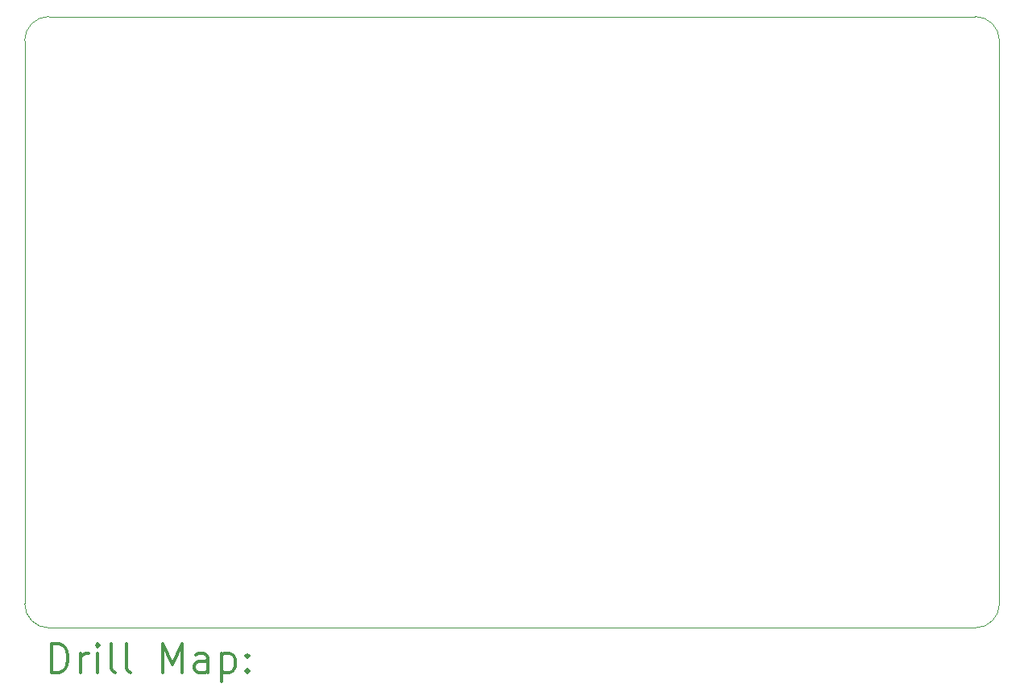
<source format=gbr>
%FSLAX45Y45*%
G04 Gerber Fmt 4.5, Leading zero omitted, Abs format (unit mm)*
G04 Created by KiCad (PCBNEW (5.1.4-0-10_14)) date 2019-11-24 21:13:47*
%MOMM*%
%LPD*%
G04 APERTURE LIST*
%ADD10C,0.050000*%
%ADD11C,0.200000*%
%ADD12C,0.300000*%
G04 APERTURE END LIST*
D10*
X20672300Y-5796100D02*
G75*
G02X20926300Y-6050100I0J-254000D01*
G01*
X20926300Y-11975720D02*
G75*
G02X20672300Y-12229720I-254000J0D01*
G01*
X10937240Y-12229720D02*
G75*
G02X10683240Y-11975720I0J254000D01*
G01*
X10682300Y-6050100D02*
G75*
G02X10936300Y-5796100I254000J0D01*
G01*
X20672300Y-5796100D02*
X10936300Y-5796100D01*
X20926300Y-11975720D02*
X20926300Y-6050100D01*
X10937240Y-12229720D02*
X20672300Y-12229720D01*
X10682300Y-6050100D02*
X10683240Y-11975720D01*
D11*
D12*
X10966228Y-12697934D02*
X10966228Y-12397934D01*
X11037657Y-12397934D01*
X11080514Y-12412220D01*
X11109086Y-12440791D01*
X11123371Y-12469363D01*
X11137657Y-12526506D01*
X11137657Y-12569363D01*
X11123371Y-12626506D01*
X11109086Y-12655077D01*
X11080514Y-12683649D01*
X11037657Y-12697934D01*
X10966228Y-12697934D01*
X11266228Y-12697934D02*
X11266228Y-12497934D01*
X11266228Y-12555077D02*
X11280514Y-12526506D01*
X11294800Y-12512220D01*
X11323371Y-12497934D01*
X11351943Y-12497934D01*
X11451943Y-12697934D02*
X11451943Y-12497934D01*
X11451943Y-12397934D02*
X11437657Y-12412220D01*
X11451943Y-12426506D01*
X11466228Y-12412220D01*
X11451943Y-12397934D01*
X11451943Y-12426506D01*
X11637657Y-12697934D02*
X11609086Y-12683649D01*
X11594800Y-12655077D01*
X11594800Y-12397934D01*
X11794800Y-12697934D02*
X11766228Y-12683649D01*
X11751943Y-12655077D01*
X11751943Y-12397934D01*
X12137657Y-12697934D02*
X12137657Y-12397934D01*
X12237657Y-12612220D01*
X12337657Y-12397934D01*
X12337657Y-12697934D01*
X12609086Y-12697934D02*
X12609086Y-12540791D01*
X12594800Y-12512220D01*
X12566228Y-12497934D01*
X12509086Y-12497934D01*
X12480514Y-12512220D01*
X12609086Y-12683649D02*
X12580514Y-12697934D01*
X12509086Y-12697934D01*
X12480514Y-12683649D01*
X12466228Y-12655077D01*
X12466228Y-12626506D01*
X12480514Y-12597934D01*
X12509086Y-12583649D01*
X12580514Y-12583649D01*
X12609086Y-12569363D01*
X12751943Y-12497934D02*
X12751943Y-12797934D01*
X12751943Y-12512220D02*
X12780514Y-12497934D01*
X12837657Y-12497934D01*
X12866228Y-12512220D01*
X12880514Y-12526506D01*
X12894800Y-12555077D01*
X12894800Y-12640791D01*
X12880514Y-12669363D01*
X12866228Y-12683649D01*
X12837657Y-12697934D01*
X12780514Y-12697934D01*
X12751943Y-12683649D01*
X13023371Y-12669363D02*
X13037657Y-12683649D01*
X13023371Y-12697934D01*
X13009086Y-12683649D01*
X13023371Y-12669363D01*
X13023371Y-12697934D01*
X13023371Y-12512220D02*
X13037657Y-12526506D01*
X13023371Y-12540791D01*
X13009086Y-12526506D01*
X13023371Y-12512220D01*
X13023371Y-12540791D01*
M02*

</source>
